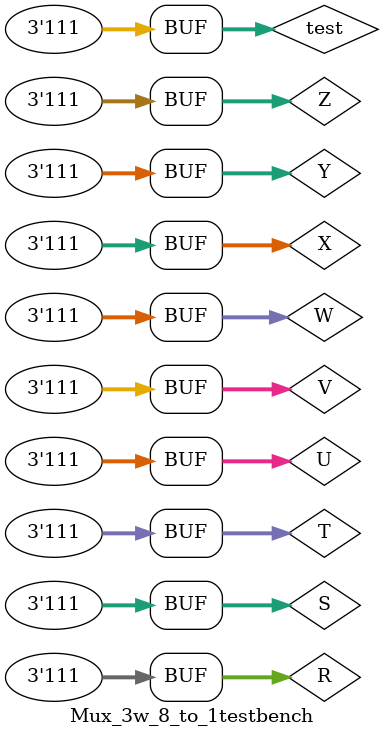
<source format=sv>

module Mux_3w_8_to_1(input [2:0]U,input [2:0]V,input [2:0]W,
		     input [2:0]X,input [2:0]Y,input [2:0]Z,
		     input [2:0]R,input [2:0]T,input [0:2]S,output [2:0]M);
//input U,V,W,X,Y,[3:0]S;
//trying out different formats for declaring inputs
/*
wire [2:0]U;
wire [2:0]V;
wire [2:0]W;
wire [2:0]X;
wire [2:0]Y;
wire [2:0]S;
wire [2:0]M;
*/
// generating the 3wire 8:1 MUX
genvar i;
generate
for(i=0;i<3;i++)
begin :name
assign M[i]=(~S[0] & ~S[1] & ~S[2] & U[i]| //s=0
	      S[0] & ~S[1] & ~S[2] & V[i]| //s=1
	     ~S[0] &  S[1] & ~S[2] & W[i]| //s=2
	      S[0] &  S[1] & ~S[2] & X[i]| //s=3
	     ~S[0] & ~S[1] &  S[2] & Y[i]| //s=4
	      S[0] & ~S[1] &  S[2] & Z[i]| //s=5
	     ~S[0] &  S[1] &  S[2] & R[i]| //s=6
	      S[0] &  S[1] &  S[2] & T[i]);//s=7
end				 
endgenerate				 
				 
/*				 
assign M[1]=(~S[0] & ~S[1] & ~S[2] & U[1]| //s=0
			     S[0] & ~S[1] & ~S[2] & V[1]| //s=1
			    ~S[0] &  S[1] & ~S[2] & W[1]| //s=2
			     S[0] &  S[1] & ~S[2] & X[1]| //s=3
			    ~S[0] & ~S[1] &  S[2] & Y[1]);//s=4
assign M[2]=(~S[0] & ~S[1] & ~S[2] & U[2]| //s=0
			     S[0] & ~S[1] & ~S[2] & V[2]| //s=1
			    ~S[0] &  S[1] & ~S[2] & W[2]| //s=2
			     S[0] &  S[1] & ~S[2] & X[2]| //s=3
			    ~S[0] & ~S[1] &  S[2] & Y[2]);//s=4
*/
endmodule
module Mux_3w_8_to_1testbench();
reg [2:0]X;
reg [2:0]Y;
reg [2:0]U;
reg [2:0]W;
reg [2:0]V;
reg [2:0]Z;
reg [2:0]R;
reg [2:0]T;
reg [2:0]S;
reg [2:0]test;

reg [2:0]M;
assign S[0]=test[2];
assign S[1]=test[1];
assign S[2]=test[0];
//this kept being weird no matter how I passed it so I gave up and made a second variable for S;
Mux_3w_8_to_1 DUT(.U(U),.V(V),.W(W),.X(X),.Y(Y),.S(S),.M(M),.R(R),.T(T),.Z(Z));
initial begin
	U=0;
	V=0;
	W=0;
	X=0;
	Y=0;
	Z=0;
	R=0;
	T=0;
	//a much better way of testing MUXs this way if the output is changing while the input is changing
	//it's clear without checking the exact waveforms. 
	
	for(int i=0;i<8;i++)begin
	test=i;
		for(int k=0;k<8;k++)begin
		U=k;
		#10;
		end
		for(int k=0;k<8;k++)begin
		V=k;
		#10;
		end
		for(int k=0;k<8;k++)begin
		W=k;
		#10;
		end
		for(int k=0;k<8;k++)begin
		X=k;
		#10;
		end
		for(int k=0;k<8;k++)begin
		Y=k;
		#10;
		end
		for(int k=0;k<8;k++)begin
		Z=k;
		#10;
		end
		for(int k=0;k<8;k++)begin
		R=k;
		#10;
		end
		for(int k=0;k<8;k++)begin
		T=k;
		#10;
		end
		
	
end
end
endmodule 
</source>
